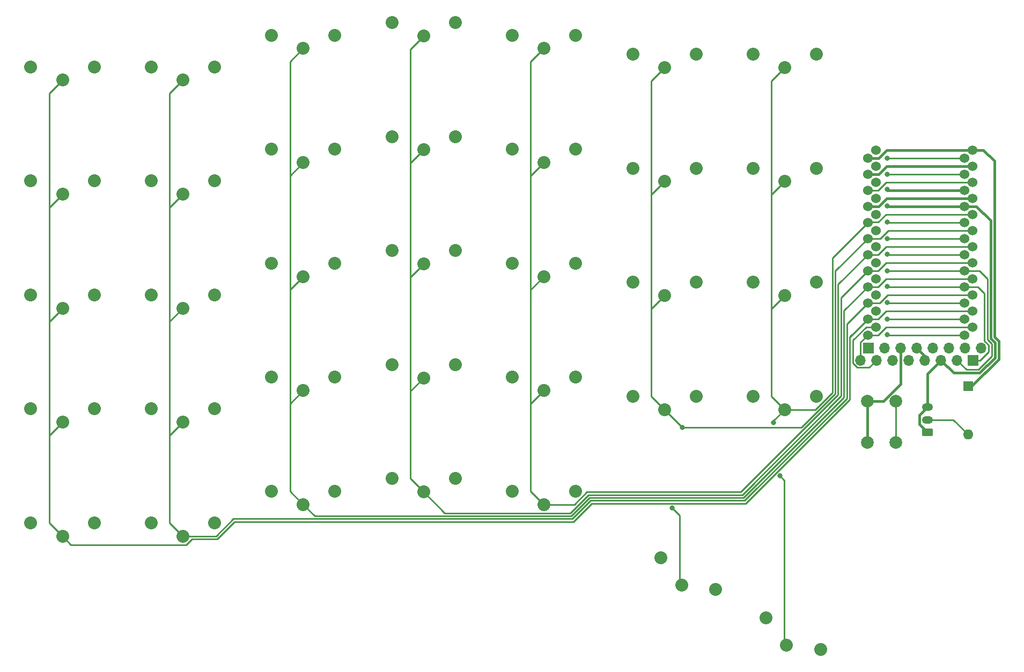
<source format=gbr>
G04 #@! TF.GenerationSoftware,KiCad,Pcbnew,(6.0.1-0)*
G04 #@! TF.CreationDate,2022-02-27T00:26:46+08:00*
G04 #@! TF.ProjectId,nut-kb,6e75742d-6b62-42e6-9b69-6361645f7063,rev?*
G04 #@! TF.SameCoordinates,Original*
G04 #@! TF.FileFunction,Copper,L1,Top*
G04 #@! TF.FilePolarity,Positive*
%FSLAX46Y46*%
G04 Gerber Fmt 4.6, Leading zero omitted, Abs format (unit mm)*
G04 Created by KiCad (PCBNEW (6.0.1-0)) date 2022-02-27 00:26:46*
%MOMM*%
%LPD*%
G01*
G04 APERTURE LIST*
G04 Aperture macros list*
%AMRoundRect*
0 Rectangle with rounded corners*
0 $1 Rounding radius*
0 $2 $3 $4 $5 $6 $7 $8 $9 X,Y pos of 4 corners*
0 Add a 4 corners polygon primitive as box body*
4,1,4,$2,$3,$4,$5,$6,$7,$8,$9,$2,$3,0*
0 Add four circle primitives for the rounded corners*
1,1,$1+$1,$2,$3*
1,1,$1+$1,$4,$5*
1,1,$1+$1,$6,$7*
1,1,$1+$1,$8,$9*
0 Add four rect primitives between the rounded corners*
20,1,$1+$1,$2,$3,$4,$5,0*
20,1,$1+$1,$4,$5,$6,$7,0*
20,1,$1+$1,$6,$7,$8,$9,0*
20,1,$1+$1,$8,$9,$2,$3,0*%
G04 Aperture macros list end*
G04 #@! TA.AperFunction,ComponentPad*
%ADD10C,2.032000*%
G04 #@! TD*
G04 #@! TA.AperFunction,ComponentPad*
%ADD11RoundRect,0.250000X0.625000X-0.350000X0.625000X0.350000X-0.625000X0.350000X-0.625000X-0.350000X0*%
G04 #@! TD*
G04 #@! TA.AperFunction,ComponentPad*
%ADD12O,1.750000X1.200000*%
G04 #@! TD*
G04 #@! TA.AperFunction,ComponentPad*
%ADD13R,1.600000X1.600000*%
G04 #@! TD*
G04 #@! TA.AperFunction,ComponentPad*
%ADD14O,1.600000X1.600000*%
G04 #@! TD*
G04 #@! TA.AperFunction,ComponentPad*
%ADD15C,1.524000*%
G04 #@! TD*
G04 #@! TA.AperFunction,ComponentPad*
%ADD16R,1.700000X1.700000*%
G04 #@! TD*
G04 #@! TA.AperFunction,ComponentPad*
%ADD17O,1.700000X1.700000*%
G04 #@! TD*
G04 #@! TA.AperFunction,ComponentPad*
%ADD18C,2.000000*%
G04 #@! TD*
G04 #@! TA.AperFunction,ViaPad*
%ADD19C,0.800000*%
G04 #@! TD*
G04 #@! TA.AperFunction,Conductor*
%ADD20C,0.254000*%
G04 #@! TD*
G04 #@! TA.AperFunction,Conductor*
%ADD21C,0.381000*%
G04 #@! TD*
G04 APERTURE END LIST*
D10*
X159750000Y-230609550D03*
X165130127Y-231290897D03*
X156469873Y-226290897D03*
X139918873Y-216790897D03*
X148579127Y-221790897D03*
X143199000Y-221109550D03*
X121460000Y-172400000D03*
X116460000Y-170300000D03*
X126460000Y-170300000D03*
X45460000Y-159400000D03*
X40460000Y-157300000D03*
X50460000Y-157300000D03*
X64460000Y-195400000D03*
X59460000Y-193300000D03*
X69460000Y-193300000D03*
X64460000Y-159400000D03*
X59460000Y-157300000D03*
X69460000Y-157300000D03*
X102460000Y-152400000D03*
X107460000Y-150300000D03*
X97460000Y-150300000D03*
X121460000Y-136400000D03*
X116460000Y-134300000D03*
X126460000Y-134300000D03*
X45460000Y-141400000D03*
X40460000Y-139300000D03*
X50460000Y-139300000D03*
X83460000Y-208400000D03*
X78460000Y-206300000D03*
X88460000Y-206300000D03*
X102460000Y-188400000D03*
X107460000Y-186300000D03*
X97460000Y-186300000D03*
X121460000Y-208400000D03*
X126460000Y-206300000D03*
X116460000Y-206300000D03*
X159460000Y-175400000D03*
X164460000Y-173300000D03*
X154460000Y-173300000D03*
X159460000Y-139400000D03*
X154460000Y-137300000D03*
X164460000Y-137300000D03*
X64460000Y-177400000D03*
X59460000Y-175300000D03*
X69460000Y-175300000D03*
X64460000Y-141400000D03*
X69460000Y-139300000D03*
X59460000Y-139300000D03*
X102460000Y-134400000D03*
X97460000Y-132300000D03*
X107460000Y-132300000D03*
X83460000Y-190400000D03*
X78460000Y-188300000D03*
X88460000Y-188300000D03*
X102460000Y-170400000D03*
X107460000Y-168300000D03*
X97460000Y-168300000D03*
D11*
X182000000Y-197000000D03*
D12*
X182000000Y-195000000D03*
X182000000Y-193000000D03*
D10*
X121460000Y-190400000D03*
X126460000Y-188300000D03*
X116460000Y-188300000D03*
X83460000Y-136400000D03*
X78460000Y-134300000D03*
X88460000Y-134300000D03*
X140460000Y-157400000D03*
X135460000Y-155300000D03*
X145460000Y-155300000D03*
X140460000Y-193400000D03*
X135460000Y-191300000D03*
X145460000Y-191300000D03*
X159460000Y-193400000D03*
X164460000Y-191300000D03*
X154460000Y-191300000D03*
X45460000Y-213400000D03*
X40460000Y-211300000D03*
X50460000Y-211300000D03*
X83460000Y-172400000D03*
X78460000Y-170300000D03*
X88460000Y-170300000D03*
X83460000Y-154400000D03*
X78460000Y-152300000D03*
X88460000Y-152300000D03*
D13*
X188400000Y-189700000D03*
D14*
X188400000Y-197320000D03*
D10*
X159460000Y-157400000D03*
X154460000Y-155300000D03*
X164460000Y-155300000D03*
D15*
X187810000Y-153692000D03*
X173896400Y-152422000D03*
X187810000Y-156232000D03*
X173896400Y-154962000D03*
X173896400Y-157502000D03*
X187810000Y-158772000D03*
X187810000Y-161312000D03*
X173896400Y-160042000D03*
X187810000Y-163852000D03*
X173896400Y-162582000D03*
X187810000Y-166392000D03*
X173896400Y-165122000D03*
X173896400Y-167662000D03*
X187810000Y-168932000D03*
X173896400Y-170202000D03*
X187810000Y-171472000D03*
X187810000Y-174012000D03*
X173896400Y-172742000D03*
X187810000Y-176552000D03*
X173896400Y-175282000D03*
X187810000Y-179092000D03*
X173896400Y-177822000D03*
X173896400Y-180362000D03*
X187810000Y-181632000D03*
X172570000Y-181632000D03*
X189116400Y-180362000D03*
X172570000Y-179092000D03*
X189116400Y-177822000D03*
X189116400Y-175282000D03*
X172570000Y-176552000D03*
X189116400Y-172742000D03*
X172570000Y-174012000D03*
X172570000Y-171472000D03*
X189116400Y-170202000D03*
X189116400Y-167662000D03*
X172570000Y-168932000D03*
X189116400Y-165122000D03*
X172570000Y-166392000D03*
X172570000Y-163852000D03*
X189116400Y-162582000D03*
X172570000Y-161312000D03*
X189116400Y-160042000D03*
X172570000Y-158772000D03*
X189116400Y-157502000D03*
X189116400Y-154962000D03*
X172570000Y-156232000D03*
X189116400Y-152422000D03*
X172570000Y-153692000D03*
D10*
X102460000Y-206400000D03*
X97460000Y-204300000D03*
X107460000Y-204300000D03*
D16*
X172700000Y-183700000D03*
D17*
X175240000Y-183700000D03*
X177780000Y-183700000D03*
X180320000Y-183700000D03*
X182860000Y-183700000D03*
X185400000Y-183700000D03*
X187940000Y-183700000D03*
X190480000Y-183700000D03*
D10*
X121460000Y-154400000D03*
X116460000Y-152300000D03*
X126460000Y-152300000D03*
X140460000Y-175400000D03*
X145460000Y-173300000D03*
X135460000Y-173300000D03*
D18*
X177000000Y-192100000D03*
X177000000Y-198600000D03*
X172500000Y-192100000D03*
X172500000Y-198600000D03*
D10*
X45460000Y-177400000D03*
X50460000Y-175300000D03*
X40460000Y-175300000D03*
X64460000Y-213400000D03*
X59460000Y-211300000D03*
X69460000Y-211300000D03*
X140460000Y-139400000D03*
X135460000Y-137300000D03*
X145460000Y-137300000D03*
X45460000Y-195400000D03*
X40460000Y-193300000D03*
X50460000Y-193300000D03*
D16*
X189200000Y-185600000D03*
D17*
X186660000Y-185600000D03*
X184120000Y-185600000D03*
X181580000Y-185600000D03*
X179040000Y-185600000D03*
X176500000Y-185600000D03*
X173960000Y-185600000D03*
X171420000Y-185600000D03*
D19*
X141700000Y-208940580D03*
X158675775Y-203875775D03*
X175600000Y-158600000D03*
X175600000Y-161300000D03*
X175600000Y-153682411D03*
X175600000Y-156300000D03*
X175600000Y-163800000D03*
X175600000Y-166400000D03*
X175600000Y-168900000D03*
X143260000Y-196200000D03*
X157700000Y-195469011D03*
X175600000Y-174000000D03*
X175600000Y-171500000D03*
X175600000Y-176500000D03*
X175600000Y-179100000D03*
X175600000Y-181600000D03*
D20*
X182000000Y-195000000D02*
X186080000Y-195000000D01*
X186080000Y-195000000D02*
X188400000Y-197320000D01*
D21*
X177780000Y-183700000D02*
X177780000Y-189354227D01*
X177780000Y-189354227D02*
X175034227Y-192100000D01*
X175034227Y-192100000D02*
X172500000Y-192100000D01*
X182000000Y-193000000D02*
X182000000Y-187720000D01*
X182000000Y-187720000D02*
X184120000Y-185600000D01*
D20*
X142852526Y-210093106D02*
X141700000Y-208940580D01*
X142852526Y-220763076D02*
X142852526Y-210093106D01*
X143199000Y-221109550D02*
X142852526Y-220763076D01*
X159403526Y-204603526D02*
X158675775Y-203875775D01*
X159403526Y-230263076D02*
X159403526Y-204603526D01*
X159750000Y-230609550D02*
X159403526Y-230263076D01*
D21*
X189116400Y-152422000D02*
X190822000Y-152422000D01*
X190822000Y-152422000D02*
X192551060Y-154151060D01*
X192551060Y-154151060D02*
X192551060Y-181913691D01*
X192551060Y-181913691D02*
X193207571Y-182570203D01*
X193207571Y-182570203D02*
X193207571Y-185444585D01*
X193207571Y-185444585D02*
X188952156Y-189700000D01*
X188952156Y-189700000D02*
X188400000Y-189700000D01*
X184120000Y-185600000D02*
X186137019Y-187617019D01*
X190214157Y-187617019D02*
X192627051Y-185204125D01*
X192627051Y-185204125D02*
X192627051Y-182810662D01*
X192627051Y-182810662D02*
X191970540Y-182154151D01*
X186137019Y-187617019D02*
X190214157Y-187617019D01*
X191970540Y-182154151D02*
X191970540Y-163570971D01*
X191970540Y-163570971D02*
X189711569Y-161312000D01*
X189711569Y-161312000D02*
X187810000Y-161312000D01*
D20*
X186660000Y-185600000D02*
X188160000Y-187100000D01*
X188160000Y-187100000D02*
X190000000Y-187100000D01*
X192110031Y-184989969D02*
X192110031Y-183024818D01*
X192110031Y-183024818D02*
X191453520Y-182368307D01*
X191453520Y-182368307D02*
X191453520Y-172753520D01*
X190000000Y-187100000D02*
X192110031Y-184989969D01*
X191453520Y-172753520D02*
X190172000Y-171472000D01*
X190172000Y-171472000D02*
X187810000Y-171472000D01*
X190304000Y-185600000D02*
X191656511Y-184247489D01*
X191656511Y-184247489D02*
X191656511Y-183212672D01*
X191000000Y-182556161D02*
X191000000Y-175100000D01*
X191656511Y-183212672D02*
X191000000Y-182556161D01*
X189200000Y-185600000D02*
X190304000Y-185600000D01*
X191000000Y-175100000D02*
X189912000Y-174012000D01*
X189912000Y-174012000D02*
X187810000Y-174012000D01*
D21*
X182000000Y-197000000D02*
X180734980Y-195734980D01*
X175772000Y-158772000D02*
X175600000Y-158600000D01*
X172500000Y-198600000D02*
X172500000Y-192100000D01*
X187810000Y-161312000D02*
X175612000Y-161312000D01*
X187810000Y-158772000D02*
X175772000Y-158772000D01*
X174255591Y-156232000D02*
X172570000Y-156232000D01*
X175525591Y-154962000D02*
X174255591Y-156232000D01*
X175612000Y-161312000D02*
X175600000Y-161300000D01*
X189116400Y-154962000D02*
X175525591Y-154962000D01*
X180734980Y-194265020D02*
X182000000Y-193000000D01*
X180734980Y-195734980D02*
X180734980Y-194265020D01*
X174288000Y-161312000D02*
X172570000Y-161312000D01*
X175558000Y-160042000D02*
X174288000Y-161312000D01*
X189116400Y-160042000D02*
X175558000Y-160042000D01*
X181580000Y-185600000D02*
X181580000Y-184960000D01*
X181580000Y-184960000D02*
X180320000Y-183700000D01*
X174255591Y-153692000D02*
X172570000Y-153692000D01*
X189116400Y-152422000D02*
X175525591Y-152422000D01*
X175525591Y-152422000D02*
X174255591Y-153692000D01*
D20*
X175600000Y-153682411D02*
X175609589Y-153692000D01*
X175609589Y-153692000D02*
X187810000Y-153692000D01*
X175668000Y-156232000D02*
X175600000Y-156300000D01*
X187810000Y-156232000D02*
X175668000Y-156232000D01*
X187810000Y-163852000D02*
X175652000Y-163852000D01*
X175652000Y-163852000D02*
X175600000Y-163800000D01*
X175608000Y-166392000D02*
X175600000Y-166400000D01*
X187810000Y-166392000D02*
X175608000Y-166392000D01*
X175632000Y-168932000D02*
X175600000Y-168900000D01*
X187810000Y-168932000D02*
X175632000Y-168932000D01*
X43350000Y-179510000D02*
X43350000Y-180200000D01*
X43350000Y-162150000D02*
X43350000Y-143510000D01*
X45460000Y-177400000D02*
X43350000Y-179510000D01*
X153310042Y-208214080D02*
X129010014Y-208214080D01*
X72634334Y-211107040D02*
X69887854Y-213853520D01*
X45460000Y-159400000D02*
X43350000Y-161510000D01*
X45460000Y-213400000D02*
X43350000Y-211290000D01*
X69887854Y-213853520D02*
X65905078Y-213853520D01*
X43350000Y-197510000D02*
X43350000Y-198800000D01*
X43350000Y-143510000D02*
X45460000Y-141400000D01*
X172570000Y-179092000D02*
X169700000Y-181962000D01*
X65905078Y-213853520D02*
X65016087Y-214742511D01*
X43350000Y-161510000D02*
X43350000Y-162150000D01*
X43350000Y-198800000D02*
X43350000Y-180200000D01*
X126117054Y-211107040D02*
X72634334Y-211107040D01*
X46802511Y-214742511D02*
X45460000Y-213400000D01*
X45460000Y-195400000D02*
X43350000Y-197510000D01*
X169700000Y-181962000D02*
X169700000Y-191824122D01*
X169700000Y-191824122D02*
X153310042Y-208214080D01*
X43350000Y-211290000D02*
X43350000Y-198800000D01*
X65016087Y-214742511D02*
X46802511Y-214742511D01*
X174165788Y-179092000D02*
X172570000Y-179092000D01*
X172570000Y-179092000D02*
X169746480Y-181915520D01*
X175435788Y-177822000D02*
X174165788Y-179092000D01*
X43350000Y-180200000D02*
X43350000Y-162150000D01*
X129010014Y-208214080D02*
X126117054Y-211107040D01*
X189116400Y-177822000D02*
X175435788Y-177822000D01*
X64460000Y-177400000D02*
X62364979Y-179495021D01*
X174448000Y-176552000D02*
X172570000Y-176552000D01*
X69700000Y-213400000D02*
X64460000Y-213400000D01*
X169246480Y-191636268D02*
X153122188Y-207760560D01*
X62364979Y-143495021D02*
X62364979Y-162664979D01*
X64460000Y-159400000D02*
X62364979Y-161495021D01*
X72446480Y-210653520D02*
X69700000Y-213400000D01*
X128822160Y-207760560D02*
X125929200Y-210653520D01*
X189116400Y-175282000D02*
X175718000Y-175282000D01*
X62364979Y-179495021D02*
X62364979Y-179964979D01*
X153122188Y-207760560D02*
X128822160Y-207760560D01*
X169246480Y-179875520D02*
X169246480Y-191636268D01*
X175718000Y-175282000D02*
X174448000Y-176552000D01*
X62364979Y-179964979D02*
X62364979Y-197864979D01*
X64460000Y-195400000D02*
X62364979Y-197495021D01*
X125929200Y-210653520D02*
X72446480Y-210653520D01*
X62364979Y-197495021D02*
X62364979Y-197864979D01*
X62364979Y-161495021D02*
X62364979Y-162664979D01*
X172570000Y-176552000D02*
X169246480Y-179875520D01*
X62364979Y-211304979D02*
X64460000Y-213400000D01*
X62364979Y-197864979D02*
X62364979Y-211304979D01*
X62364979Y-162664979D02*
X62364979Y-179964979D01*
X64460000Y-141400000D02*
X62364979Y-143495021D01*
X81364979Y-157564979D02*
X81364979Y-175835021D01*
X168792960Y-191448414D02*
X152934334Y-207307040D01*
X81364979Y-193364979D02*
X81364979Y-206304979D01*
X83460000Y-136400000D02*
X81364979Y-138495021D01*
X83460000Y-190400000D02*
X81364979Y-192495021D01*
X83460000Y-154400000D02*
X81364979Y-156495021D01*
X81364979Y-206304979D02*
X83460000Y-208400000D01*
X189116400Y-172742000D02*
X175458000Y-172742000D01*
X81364979Y-175835021D02*
X81364979Y-193364979D01*
X81364979Y-192495021D02*
X81364979Y-193364979D01*
X128634306Y-207307040D02*
X125741346Y-210200000D01*
X174188000Y-174012000D02*
X172570000Y-174012000D01*
X175458000Y-172742000D02*
X174188000Y-174012000D01*
X81364979Y-156495021D02*
X81364979Y-157564979D01*
X125741346Y-210200000D02*
X85260000Y-210200000D01*
X83460000Y-172400000D02*
X81364979Y-174495021D01*
X152934334Y-207307040D02*
X128634306Y-207307040D01*
X85260000Y-210200000D02*
X83460000Y-208400000D01*
X168792960Y-177789040D02*
X168792960Y-191448414D01*
X81364979Y-174495021D02*
X81364979Y-175835021D01*
X172570000Y-174012000D02*
X168792960Y-177789040D01*
X81364979Y-138495021D02*
X81364979Y-157564979D01*
X100364979Y-204304979D02*
X102460000Y-206400000D01*
X100364979Y-172495021D02*
X100364979Y-172864979D01*
X174165788Y-171472000D02*
X172570000Y-171472000D01*
X100364979Y-154495021D02*
X100364979Y-154564979D01*
X125557461Y-209742511D02*
X105802511Y-209742511D01*
X175435788Y-170202000D02*
X174165788Y-171472000D01*
X100364979Y-190495021D02*
X100364979Y-190935021D01*
X105802511Y-209742511D02*
X102460000Y-206400000D01*
X102460000Y-188400000D02*
X100364979Y-190495021D01*
X100364979Y-172864979D02*
X100364979Y-190935021D01*
X152746480Y-206853520D02*
X128446452Y-206853520D01*
X100364979Y-154564979D02*
X100364979Y-172864979D01*
X102460000Y-170400000D02*
X100364979Y-172495021D01*
X189116400Y-170202000D02*
X175435788Y-170202000D01*
X102460000Y-152400000D02*
X100364979Y-154495021D01*
X102460000Y-134400000D02*
X100364979Y-136495021D01*
X100364979Y-190935021D02*
X100364979Y-204304979D01*
X100364979Y-136495021D02*
X100364979Y-154564979D01*
X168339440Y-175702560D02*
X168339440Y-191260560D01*
X128446452Y-206853520D02*
X125557461Y-209742511D01*
X168339440Y-191260560D02*
X152746480Y-206853520D01*
X172570000Y-171472000D02*
X168339440Y-175702560D01*
X119364979Y-157464979D02*
X119364979Y-175135021D01*
X167885920Y-191055426D02*
X152541346Y-206400000D01*
X119364979Y-156495021D02*
X119364979Y-157464979D01*
X174165788Y-168932000D02*
X172570000Y-168932000D01*
X119364979Y-138495021D02*
X119364979Y-157464979D01*
X121460000Y-154400000D02*
X119364979Y-156495021D01*
X119364979Y-175135021D02*
X119364979Y-193435021D01*
X172570000Y-168932000D02*
X167885920Y-173616080D01*
X121460000Y-190400000D02*
X119364979Y-192495021D01*
X175435788Y-167662000D02*
X174165788Y-168932000D01*
X121460000Y-172400000D02*
X119364979Y-174495021D01*
X167885920Y-173616080D02*
X167885920Y-191055426D01*
X119364979Y-192495021D02*
X119364979Y-193435021D01*
X152541346Y-206400000D02*
X128258598Y-206400000D01*
X128258598Y-206400000D02*
X126258598Y-208400000D01*
X121460000Y-136400000D02*
X119364979Y-138495021D01*
X119364979Y-206304979D02*
X121460000Y-208400000D01*
X119364979Y-193435021D02*
X119364979Y-206304979D01*
X189116400Y-167662000D02*
X175435788Y-167662000D01*
X119364979Y-174495021D02*
X119364979Y-175135021D01*
X126258598Y-208400000D02*
X121460000Y-208400000D01*
X189116400Y-165122000D02*
X175778000Y-165122000D01*
X140460000Y-175400000D02*
X138364979Y-177495021D01*
X162099972Y-196200000D02*
X167432400Y-190867572D01*
X174508000Y-166392000D02*
X172570000Y-166392000D01*
X138364979Y-160835021D02*
X138364979Y-178764979D01*
X138364979Y-178764979D02*
X138364979Y-191304979D01*
X138364979Y-141495021D02*
X138364979Y-160835021D01*
X138364979Y-159495021D02*
X138364979Y-160835021D01*
X138364979Y-191304979D02*
X140460000Y-193400000D01*
X140460000Y-193400000D02*
X143260000Y-196200000D01*
X167432400Y-171529600D02*
X172570000Y-166392000D01*
X138364979Y-177495021D02*
X138364979Y-178764979D01*
X175778000Y-165122000D02*
X174508000Y-166392000D01*
X167432400Y-190867572D02*
X167432400Y-171529600D01*
X140460000Y-157400000D02*
X138364979Y-159495021D01*
X140460000Y-139400000D02*
X138364979Y-141495021D01*
X143260000Y-196200000D02*
X162099972Y-196200000D01*
X157364979Y-160464979D02*
X157364979Y-178364979D01*
X159460000Y-157400000D02*
X157364979Y-159495021D01*
X173159374Y-163800000D02*
X172890687Y-163531313D01*
X189116400Y-162582000D02*
X175435788Y-162582000D01*
X172570000Y-163852000D02*
X166978880Y-169443120D01*
X175435788Y-162582000D02*
X174217788Y-163800000D01*
X159460000Y-175400000D02*
X157364979Y-177495021D01*
X174217788Y-163800000D02*
X173159374Y-163800000D01*
X157364979Y-141495021D02*
X157364979Y-160464979D01*
X166978880Y-169443120D02*
X166978880Y-190679718D01*
X157700000Y-195160000D02*
X157700000Y-195469011D01*
X159460000Y-193400000D02*
X157700000Y-195160000D01*
X157364979Y-177495021D02*
X157364979Y-178364979D01*
X157364979Y-159495021D02*
X157364979Y-160464979D01*
X164258598Y-193400000D02*
X159460000Y-193400000D01*
X157364979Y-178364979D02*
X157364979Y-191304979D01*
X166978880Y-190679718D02*
X164258598Y-193400000D01*
X159460000Y-139400000D02*
X157364979Y-141495021D01*
X157364979Y-191304979D02*
X159460000Y-193400000D01*
X175612000Y-174012000D02*
X175600000Y-174000000D01*
X187810000Y-174012000D02*
X175612000Y-174012000D01*
X187810000Y-171472000D02*
X175628000Y-171472000D01*
X175628000Y-171472000D02*
X175600000Y-171500000D01*
X187810000Y-176552000D02*
X175652000Y-176552000D01*
X175652000Y-176552000D02*
X175600000Y-176500000D01*
X187810000Y-179092000D02*
X175608000Y-179092000D01*
X175608000Y-179092000D02*
X175600000Y-179100000D01*
X170932672Y-186776511D02*
X170200000Y-186043839D01*
X170200000Y-186043839D02*
X170200000Y-182462612D01*
X170200000Y-182462612D02*
X172300612Y-180362000D01*
X175632000Y-181632000D02*
X175600000Y-181600000D01*
X172783489Y-186776511D02*
X170932672Y-186776511D01*
X172300612Y-180362000D02*
X173896400Y-180362000D01*
X173960000Y-185600000D02*
X172783489Y-186776511D01*
X187810000Y-181632000D02*
X175632000Y-181632000D01*
X175438000Y-180362000D02*
X174168000Y-181632000D01*
X174168000Y-181632000D02*
X172570000Y-181632000D01*
X189116400Y-180362000D02*
X175438000Y-180362000D01*
X172570000Y-181632000D02*
X171420000Y-182782000D01*
X171420000Y-182782000D02*
X171420000Y-185600000D01*
X174165788Y-158772000D02*
X172570000Y-158772000D01*
X189116400Y-157502000D02*
X175435788Y-157502000D01*
X175435788Y-157502000D02*
X174165788Y-158772000D01*
X177000000Y-192100000D02*
X177000000Y-198600000D01*
M02*

</source>
